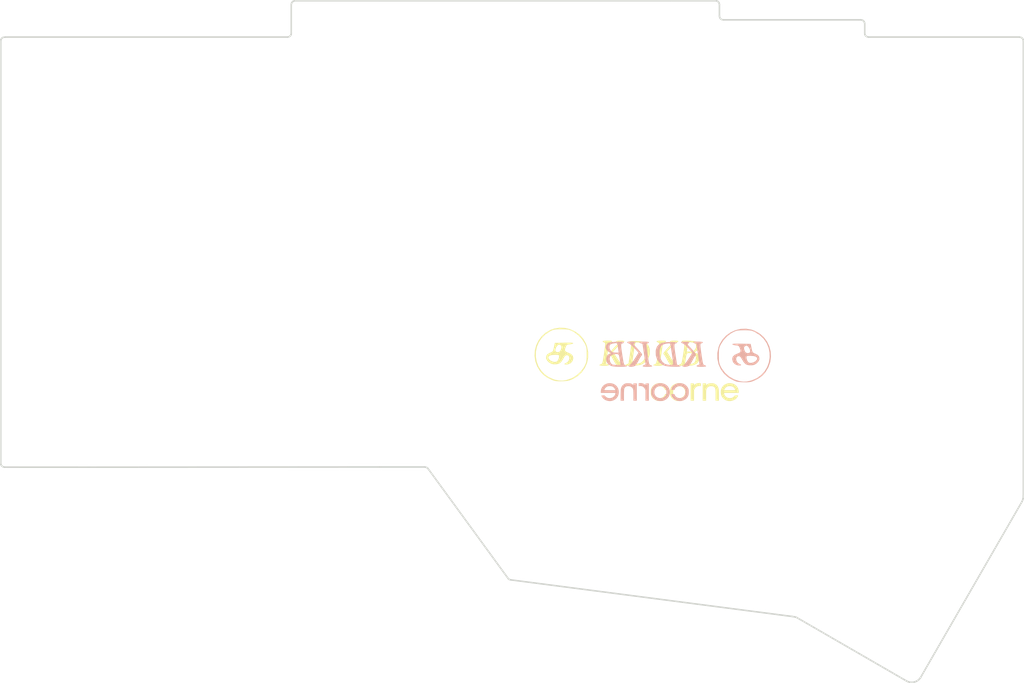
<source format=kicad_pcb>
(kicad_pcb (version 20240108) (generator "pcbnew") (generator_version "8.0")
  (title_block (title "Corne Light") (date "2020-11-12") (rev "2.0") (company "foostan"))
  (layers (0 "F.Cu" signal) (31 "B.Cu" signal) (34 "B.Paste" user) (35 "F.Paste" user) (36 "B.SilkS" user "B.Silkscreen") (37 "F.SilkS" user "F.Silkscreen") (38 "B.Mask" user) (39 "F.Mask" user) (44 "Edge.Cuts" user))
  (net 0 "")
  (footprint "kbd:corne-logo-horizontal" (layer "F.Cu") (at 103.9625 83.445)
    (property "Reference" "G***" (hide yes))
    (property "Value" "LOGO" (hide yes))
  )
  (footprint "" (layer "F.Cu") (at 107.6505 51.9305)
    (property "Reference" "" (at 0 0 0) (layer "F.SilkS") (effects (font (size 1.27 1.27))))
    (property "Value" "")
    (pad "" np_thru_hole circle (at 0 0 180) (size 2.3 2.3) (drill 2.3) (layers "*.Cu" "*.Mask"))
  )
  (footprint "" (layer "F.Cu") (at 31.6955 74.4205)
    (property "Reference" "" (at 0 0 0) (layer "F.SilkS") (effects (font (size 1.27 1.27))))
    (property "Value" "")
    (pad "" np_thru_hole circle (at 0 0 180) (size 2.3 2.3) (drill 2.3) (layers "*.Cu" "*.Mask"))
  )
  (footprint "" (layer "F.Cu") (at 50.7125 74.445)
    (property "Reference" "" (at 0 0 0) (layer "F.SilkS") (effects (font (size 1.27 1.27))))
    (property "Value" "")
    (pad "" np_thru_hole circle (at 0 0 180) (size 2.3 2.3) (drill 2.3) (layers "*.Cu" "*.Mask"))
  )
  (footprint "" (layer "F.Cu") (at 74.8395 91.6855)
    (property "Reference" "" (at 0 0 0) (layer "F.SilkS") (effects (font (size 1.27 1.27))))
    (property "Value" "")
    (pad "" np_thru_hole circle (at 0 0 180) (size 2.3 2.3) (drill 2.3) (layers "*.Cu" "*.Mask"))
  )
  (footprint "kdkb_tools:KBKD_name" (layer "F.Cu") (at 103.013782 78.575593)
    (property "Reference" "G***" (hide yes))
    (property "Value" "LOGO" (hide yes))
  )
  (footprint "" (layer "F.Cu") (at 50.7125 55.445)
    (property "Reference" "" (at 0 0 0) (layer "F.SilkS") (effects (font (size 1.27 1.27))))
    (property "Value" "")
    (pad "" np_thru_hole circle (at 0 0 180) (size 2.3 2.3) (drill 2.3) (layers "*.Cu" "*.Mask"))
  )
  (footprint "" (layer "F.Cu") (at 31.6955 55.4205)
    (property "Reference" "" (at 0 0 0) (layer "F.SilkS") (effects (font (size 1.27 1.27))))
    (property "Value" "")
    (pad "" np_thru_hole circle (at 0 0 180) (size 2.3 2.3) (drill 2.3) (layers "*.Cu" "*.Mask"))
  )
  (footprint "" (layer "F.Cu") (at 121.4055 99.3)
    (property "Reference" "" (at 0 0 0) (layer "F.SilkS") (effects (font (size 1.27 1.27))))
    (property "Value" "")
    (pad "" np_thru_hole circle (at 0 0 180) (size 2.3 2.3) (drill 2.3) (layers "*.Cu" "*.Mask"))
  )
  (footprint "kbd:corne-logo-horizontal" (layer "B.Cu") (at 97.2125 83.445 180)
    (property "Reference" "G***" (hide yes))
    (property "Value" "LOGO" (hide yes))
  )
  (footprint "kbd:thread_m2" (layer "B.Cu") (at 74.8395 91.6855 180)
    (property "Reference" "Ref**" (hide yes))
    (property "Value" "Val**" (hide yes))
    (pad "" np_thru_hole circle (at 0 0 180) (size 2.3 2.3) (drill 2.3) (layers "*.Cu" "*.Mask"))
  )
  (footprint "kbd:thread_m2" (layer "B.Cu") (at 121.4055 99.3 180)
    (property "Reference" "Ref**" (hide yes))
    (property "Value" "Val**" (hide yes))
    (pad "" np_thru_hole circle (at 0 0 180) (size 2.3 2.3) (drill 2.3) (layers "*.Cu" "*.Mask"))
  )
  (footprint "kbd:thread_m2" (layer "B.Cu") (at 107.6505 51.9305 180)
    (property "Reference" "Ref**" (hide yes))
    (property "Value" "Val**" (hide yes))
    (pad "" np_thru_hole circle (at 0 0 180) (size 2.3 2.3) (drill 2.3) (layers "*.Cu" "*.Mask"))
  )
  (footprint "kbd:thread_m2" (layer "B.Cu") (at 50.7125 74.445 180)
    (property "Reference" "Ref**" (hide yes))
    (property "Value" "Val**" (hide yes))
    (pad "" np_thru_hole circle (at 0 0 180) (size 2.3 2.3) (drill 2.3) (layers "*.Cu" "*.Mask"))
  )
  (footprint "kbd:thread_m2" (layer "B.Cu") (at 31.6955 55.4205 180)
    (property "Reference" "Ref**" (hide yes))
    (property "Value" "Val**" (hide yes))
    (pad "" np_thru_hole circle (at 0 0 180) (size 2.3 2.3) (drill 2.3) (layers "*.Cu" "*.Mask"))
  )
  (footprint "kdkb_tools:KBKD_name" (layer "B.Cu") (at 93.7125 78.706186 180)
    (property "Reference" "G***" (hide yes))
    (property "Value" "LOGO" (hide yes))
  )
  (footprint "kbd:thread_m2" (layer "B.Cu") (at 31.6955 74.4205 180)
    (property "Reference" "Ref**" (hide yes))
    (property "Value" "Val**" (hide yes))
    (pad "" np_thru_hole circle (at 0 0 180) (size 2.3 2.3) (drill 2.3) (layers "*.Cu" "*.Mask"))
  )
  (footprint "kbd:thread_m2" (layer "B.Cu") (at 50.7125 55.445 180)
    (property "Reference" "Ref**" (hide yes))
    (property "Value" "Val**" (hide yes))
    (pad "" np_thru_hole circle (at 0 0 180) (size 2.3 2.3) (drill 2.3) (layers "*.Cu" "*.Mask"))
  )
  (gr_line (start 126.184253 36.731358) (end 126.285853 36.830418) (stroke (width 0.2)) (layer "Edge.Cuts"))
  (gr_line (start 68.93779 93.327582) (end 68.82095 93.241222) (stroke (width 0.2)) (layer "Edge.Cuts"))
  (gr_line (start 50.985087 36.728818) (end 51.056207 36.599278) (stroke (width 0.2)) (layer "Edge.Cuts"))
  (gr_line (start 100.636958 32.179682) (end 62.636056 32.179682) (stroke (width 0.2)) (layer "Edge.Cuts"))
  (gr_line (start 79.745479 107.922407) (end 79.834379 107.930027) (stroke (width 0.2)) (layer "Edge.Cuts"))
  (gr_line (start 132.582507 121.282794) (end 132.734907 121.231994) (stroke (width 0.2)) (layer "Edge.Cuts"))
  (gr_line (start 133.382606 120.711295) (end 146.608373 97.777657) (stroke (width 0.2)) (layer "Edge.Cuts"))
  (gr_line (start 51.056207 36.599278) (end 51.084147 36.431638) (stroke (width 0.2)) (layer "Edge.Cuts"))
  (gr_line (start 106.585632 32.179682) (end 100.636958 32.179682) (stroke (width 0.2)) (layer "Edge.Cuts"))
  (gr_line (start 51.114627 32.512422) (end 51.084147 32.680062) (stroke (width 0.2)) (layer "Edge.Cuts"))
  (gr_line (start 126.085193 36.429098) (end 126.115673 36.601818) (stroke (width 0.2)) (layer "Edge.Cuts"))
  (gr_line (start 132.226907 121.328514) (end 132.414867 121.315814) (stroke (width 0.2)) (layer "Edge.Cuts"))
  (gr_line (start 50.583768 36.929478) (end 50.756488 36.901538) (stroke (width 0.2)) (layer "Edge.Cuts"))
  (gr_line (start 116.837062 112.748403) (end 116.664342 112.720463) (stroke (width 0.2)) (layer "Edge.Cuts"))
  (gr_line (start 131.718908 121.229454) (end 131.871307 121.280254) (stroke (width 0.2)) (layer "Edge.Cuts"))
  (gr_line (start 13.184845 92.979602) (end 13.286445 93.081202) (stroke (width 0.2)) (layer "Edge.Cuts"))
  (gr_line (start 107.286672 34.57998) (end 107.416212 34.6511) (stroke (width 0.2)) (layer "Edge.Cuts"))
  (gr_line (start 13.413444 36.959958) (end 13.283905 37.031077) (stroke (width 0.2)) (layer "Edge.Cuts"))
  (gr_line (start 68.82095 93.241222) (end 68.67363 93.187882) (stroke (width 0.2)) (layer "Edge.Cuts"))
  (gr_line (start 146.732833 37.130137) (end 146.633773 37.028537) (stroke (width 0.2)) (layer "Edge.Cuts"))
  (gr_line (start 51.584527 32.179682) (end 51.414347 32.210162) (stroke (width 0.2)) (layer "Edge.Cuts"))
  (gr_line (start 68.67363 93.187882) (end 68.58473 93.16) (stroke (width 0.2)) (layer "Edge.Cuts"))
  (gr_line (start 13.184845 37.132677) (end 13.113725 37.262217) (stroke (width 0.2)) (layer "Edge.Cuts"))
  (gr_line (start 62.636056 32.179682) (end 51.584527 32.179682) (stroke (width 0.2)) (layer "Edge.Cuts"))
  (gr_line (start 68.93779 93.327582) (end 79.481319 107.782708) (stroke (width 0.2)) (layer "Edge.Cuts"))
  (gr_line (start 106.984412 32.380342) (end 106.882812 32.278742) (stroke (width 0.2)) (layer "Edge.Cuts"))
  (gr_line (start 146.501693 36.959958) (end 146.334053 36.929478) (stroke (width 0.2)) (layer "Edge.Cuts"))
  (gr_line (start 125.752454 34.70952) (end 125.584814 34.67904) (stroke (width 0.2)) (layer "Edge.Cuts"))
  (gr_line (start 146.735373 97.500798) (end 146.783633 97.343318) (stroke (width 0.2)) (layer "Edge.Cuts"))
  (gr_line (start 146.608373 97.777657) (end 146.676953 97.643038) (stroke (width 0.2)) (layer "Edge.Cuts"))
  (gr_line (start 13.586164 93.180262) (end 13.586164 93.180262) (stroke (width 0.2)) (layer "Edge.Cuts"))
  (gr_line (start 107.185072 34.48092) (end 107.286672 34.57998) (stroke (width 0.2)) (layer "Edge.Cuts"))
  (gr_line (start 126.285853 36.830418) (end 126.415393 36.901538) (stroke (width 0.2)) (layer "Edge.Cuts"))
  (gr_line (start 13.283905 37.031077) (end 13.184845 37.132677) (stroke (width 0.2)) (layer "Edge.Cuts"))
  (gr_line (start 68.58473 93.16) (end 62.625896 93.16) (stroke (width 0.2)) (layer "Edge.Cuts"))
  (gr_line (start 146.676953 97.643038) (end 146.735373 97.500798) (stroke (width 0.2)) (layer "Edge.Cuts"))
  (gr_line (start 146.834433 96.990258) (end 146.834433 96.906438) (stroke (width 0.2)) (layer "Edge.Cuts"))
  (gr_line (start 51.284807 32.281282) (end 51.183207 32.382882) (stroke (width 0.2)) (layer "Edge.Cuts"))
  (gr_line (start 107.055532 32.509882) (end 106.984412 32.380342) (stroke (width 0.2)) (layer "Edge.Cuts"))
  (gr_line (start 133.230206 120.901795) (end 133.324186 120.792575) (stroke (width 0.2)) (layer "Edge.Cuts"))
  (gr_line (start 132.879686 121.165954) (end 133.004146 121.092294) (stroke (width 0.2)) (layer "Edge.Cuts"))
  (gr_line (start 13.6975 36.929478) (end 13.413444 36.959958) (stroke (width 0.2)) (layer "Edge.Cuts"))
  (gr_line (start 13.085785 37.429857) (end 13.085785 92.679883) (stroke (width 0.2)) (layer "Edge.Cuts"))
  (gr_line (start 79.834379 107.930027) (end 116.504323 112.700143) (stroke (width 0.2)) (layer "Edge.Cuts"))
  (gr_line (start 131.454748 121.092294) (end 131.579208 121.165954) (stroke (width 0.2)) (layer "Edge.Cuts"))
  (gr_line (start 51.084147 36.431638) (end 51.084147 36.429098) (stroke (width 0.2)) (layer "Edge.Cuts"))
  (gr_line (start 146.834433 37.429857) (end 146.834433 96.906438) (stroke (width 0.2)) (layer "Edge.Cuts"))
  (gr_line (start 107.416212 34.6511) (end 107.583851 34.67904) (stroke (width 0.2)) (layer "Edge.Cuts"))
  (gr_line (start 51.183207 32.382882) (end 51.114627 32.512422) (stroke (width 0.2)) (layer "Edge.Cuts"))
  (gr_line (start 126.585573 36.929478) (end 126.585573 36.929478) (stroke (width 0.2)) (layer "Edge.Cuts"))
  (gr_line (start 107.113952 34.35138) (end 107.185072 34.48092) (stroke (width 0.2)) (layer "Edge.Cuts"))
  (gr_line (start 117.159642 112.829683) (end 117.002162 112.786503) (stroke (width 0.2)) (layer "Edge.Cuts"))
  (gr_line (start 117.002162 112.786503) (end 116.837062 112.748403) (stroke (width 0.2)) (layer "Edge.Cuts"))
  (gr_line (start 146.816653 97.175678) (end 146.834433 96.990258) (stroke (width 0.2)) (layer "Edge.Cuts"))
  (gr_line (start 107.086012 34.1812) (end 107.086012 32.680062) (stroke (width 0.2)) (layer "Edge.Cuts"))
  (gr_line (start 116.664342 112.720463) (end 116.504323 112.700143) (stroke (width 0.2)) (layer "Edge.Cuts"))
  (gr_line (start 132.038947 121.315814) (end 132.226907 121.328514) (stroke (width 0.2)) (layer "Edge.Cuts"))
  (gr_line (start 125.584814 34.67904) (end 107.583851 34.67904) (stroke (width 0.2)) (layer "Edge.Cuts"))
  (gr_line (start 126.085193 35.179419) (end 126.054713 35.009239) (stroke (width 0.2)) (layer "Edge.Cuts"))
  (gr_line (start 126.115673 36.601818) (end 126.184253 36.731358) (stroke (width 0.2)) (layer "Edge.Cuts"))
  (gr_line (start 146.803953 37.259677) (end 146.732833 37.130137) (stroke (width 0.2)) (layer "Edge.Cuts"))
  (gr_line (start 106.882812 32.278742) (end 106.753272 32.210162) (stroke (width 0.2)) (layer "Edge.Cuts"))
  (gr_line (start 79.481319 107.782708) (end 79.595619 107.869068) (stroke (width 0.2)) (layer "Edge.Cuts"))
  (gr_line (start 146.834433 37.429857) (end 146.803953 37.259677) (stroke (width 0.2)) (layer "Edge.Cuts"))
  (gr_line (start 133.004146 121.092294) (end 133.126066 120.998315) (stroke (width 0.2)) (layer "Edge.Cuts"))
  (gr_line (start 132.414867 121.315814) (end 132.582507 121.282794) (stroke (width 0.2)) (layer "Edge.Cuts"))
  (gr_line (start 50.886027 36.830418) (end 50.985087 36.728818) (stroke (width 0.2)) (layer "Edge.Cuts"))
  (gr_line (start 131.871307 121.280254) (end 132.038947 121.315814) (stroke (width 0.2)) (layer "Edge.Cuts"))
  (gr_line (start 133.126066 120.998315) (end 133.230206 120.901795) (stroke (width 0.2)) (layer "Edge.Cuts"))
  (gr_line (start 13.286445 93.081202) (end 13.415984 93.149782) (stroke (width 0.2)) (layer "Edge.Cuts"))
  (gr_line (start 146.783633 97.343318) (end 146.816653 97.175678) (stroke (width 0.2)) (layer "Edge.Cuts"))
  (gr_line (start 79.595619 107.869068) (end 79.745479 107.922407) (stroke (width 0.2)) (layer "Edge.Cuts"))
  (gr_line (start 125.983593 34.8797) (end 125.884533 34.78064) (stroke (width 0.2)) (layer "Edge.Cuts"))
  (gr_line (start 51.084147 32.680062) (end 51.084147 36.429098) (stroke (width 0.2)) (layer "Edge.Cuts"))
  (gr_line (start 126.085193 35.179419) (end 126.085193 36.429098) (stroke (width 0.2)) (layer "Edge.Cuts"))
  (gr_line (start 107.086012 34.1812) (end 107.113952 34.35138) (stroke (width 0.2)) (layer "Edge.Cuts"))
  (gr_line (start 24.635153 93.185342) (end 62.625896 93.16) (stroke (width 0.2)) (layer "Edge.Cuts"))
  (gr_line (start 50.756488 36.901538) (end 50.886027 36.830418) (stroke (width 0.2)) (layer "Edge.Cuts"))
  (gr_line (start 13.085785 92.679883) (end 13.113725 92.850062) (stroke (width 0.2)) (layer "Edge.Cuts"))
  (gr_line (start 126.054713 35.009239) (end 125.983593 34.8797) (stroke (width 0.2)) (layer "Edge.Cuts"))
  (gr_line (start 125.884533 34.78064) (end 125.752454 34.70952) (stroke (width 0.2)) (layer "Edge.Cuts"))
  (gr_line (start 13.113725 92.850062) (end 13.184845 92.979602) (stroke (width 0.2)) (layer "Edge.Cuts"))
  (gr_line (start 51.414347 32.210162) (end 51.284807 32.281282) (stroke (width 0.2)) (layer "Edge.Cuts"))
  (gr_line (start 13.085785 37.429857) (end 13.085785 37.429857) (stroke (width 0.2)) (layer "Edge.Cuts"))
  (gr_line (start 13.415984 93.149782) (end 13.586164 93.180262) (stroke (width 0.2)) (layer "Edge.Cuts"))
  (gr_line (start 50.583768 36.929478) (end 13.6975 36.929478) (stroke (width 0.2)) (layer "Edge.Cuts"))
  (gr_line (start 133.380066 120.716375) (end 133.382606 120.711295) (stroke (width 0.2)) (layer "Edge.Cuts"))
  (gr_line (start 131.579208 121.165954) (end 131.718908 121.229454) (stroke (width 0.2)) (layer "Edge.Cuts"))
  (gr_line (start 117.159642 112.829683) (end 131.454748 121.092294) (stroke (width 0.2)) (layer "Edge.Cuts"))
  (gr_line (start 132.734907 121.231994) (end 132.879686 121.165954) (stroke (width 0.2)) (layer "Edge.Cuts"))
  (gr_line (start 146.633773 37.028537) (end 146.501693 36.959958) (stroke (width 0.2)) (layer "Edge.Cuts"))
  (gr_line (start 146.334053 36.929478) (end 126.585573 36.929478) (stroke (width 0.2)) (layer "Edge.Cuts"))
  (gr_line (start 24.635153 93.185342) (end 13.586164 93.180262) (stroke (width 0.2)) (layer "Edge.Cuts"))
  (gr_line (start 133.324186 120.792575) (end 133.380066 120.716375) (stroke (width 0.2)) (layer "Edge.Cuts"))
  (gr_line (start 107.086012 32.680062) (end 107.055532 32.509882) (stroke (width 0.2)) (layer "Edge.Cuts"))
  (gr_line (start 13.113725 37.262217) (end 13.085785 37.429857) (stroke (width 0.2)) (layer "Edge.Cuts"))
  (gr_line (start 126.415393 36.901538) (end 126.585573 36.929478) (stroke (width 0.2)) (layer "Edge.Cuts"))
  (gr_line (start 106.753272 32.210162) (end 106.585632 32.179682) (stroke (width 0.2)) (layer "Edge.Cuts"))
)
</source>
